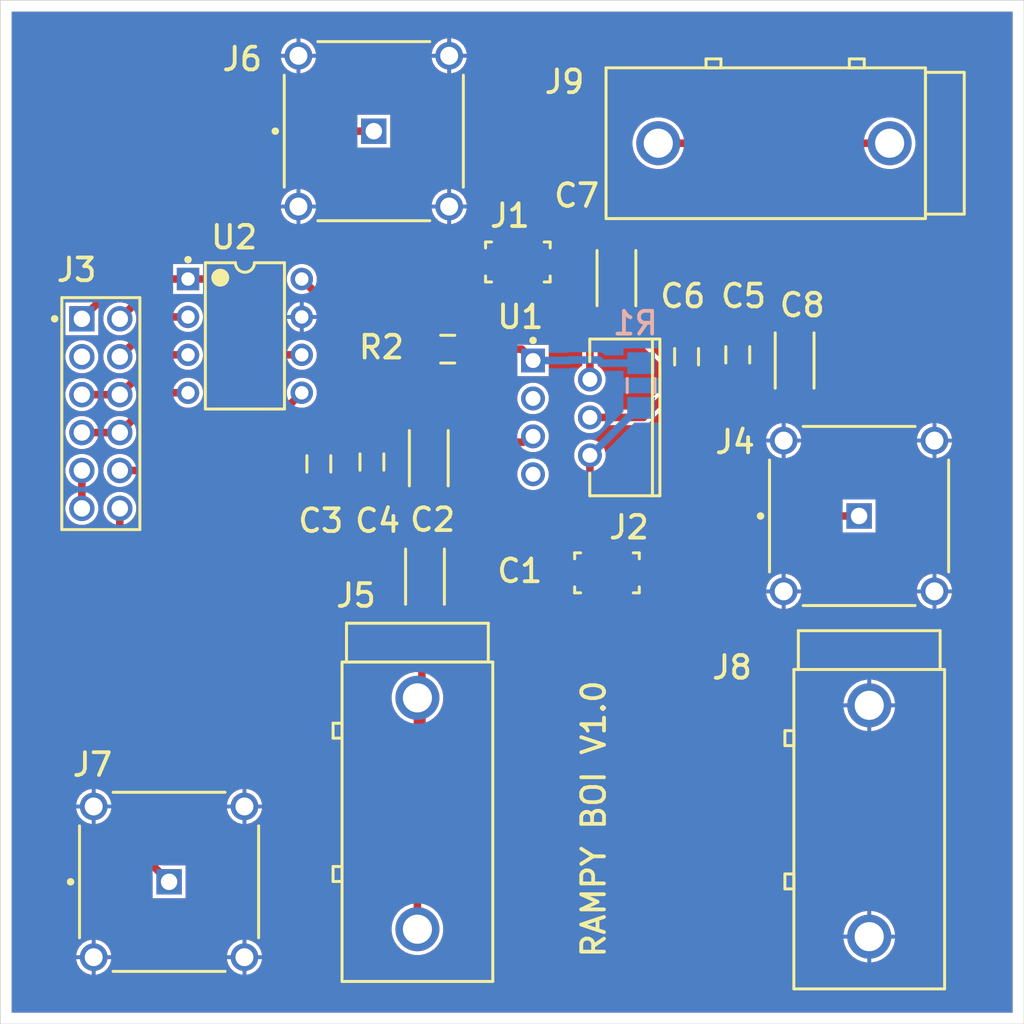
<source format=kicad_pcb>
(kicad_pcb (version 20211014) (generator pcbnew)
  (layers (0 "F.Cu" signal "Top Layer") (31 "B.Cu" signal "Bottom Layer") (34 "B.Paste" user "Bottom Paste") (35 "F.Paste" user "Top Paste") (36 "B.SilkS" user "Bottom Overlay") (37 "F.SilkS" user "Top Overlay") (38 "B.Mask" user "Bottom Solder") (39 "F.Mask" user "Top Solder") (44 "Edge.Cuts" user))
  (net 0 "")
  (net 1 "NetJ3_7")
  (net 2 "NetJ3_10")
  (net 3 "NetJ3_9")
  (net 4 "NetJ3_4")
  (net 5 "NetJ3_5")
  (net 6 "NetR1_1")
  (net 7 "NetJ2_1")
  (net 8 "NetJ1_1")
  (net 9 "GND")
  (net 10 "Arduino_pass1")
  (net 11 "Arduino_pass0")
  (net 12 "70V")
  (net 13 "5 V")
  (net 14 "-10V")
  (footprint "Vault:PDIP300-P8" (layer "F.Cu") (at 130.5941 93.1926)
    (fp_text reference "U2" (at -2.412589 -5.715246 unlocked) (layer "F.SilkS") (effects (font (size 1.524 1.524) (thickness 0.254)) (justify left bottom)))
    (fp_text value "MCP4921-E/P" hide)
    (fp_line (start -2.65 4.9) (end -2.65 -4.9) (layer "F.SilkS") (width 0.2))
    (fp_line (start -2.65 -4.9) (end -0.635 -4.9) (layer "F.SilkS") (width 0.2))
    (fp_line (start -2.65 4.9) (end 2.65 4.9) (layer "F.SilkS") (width 0.2))
    (fp_line (start 0.635 -4.9) (end 2.65 -4.9) (layer "F.SilkS") (width 0.2))
    (fp_line (start 2.65 4.9) (end 2.65 -4.9) (layer "F.SilkS") (width 0.2))
    (fp_arc (start 0.635 -4.9) (mid 0 -4.265) (end -0.635 -4.9) (layer "F.SilkS") (width 0.2))
    (fp_circle (center -1.65 -3.9) (end -1.65 -4.2) (layer "F.SilkS") (width 0.6) (fill none))
    (fp_circle (center -3.81 -5.11) (end -3.81 -5.235) (layer "F.SilkS") (width 0.25) (fill none))
    (pad "1" thru_hole rect (at -3.81 -3.81) (size 1.5 1.5) (drill 0.9) (layers *.Cu *.Mask) (net 13 "5 V"))
    (pad "2" thru_hole circle (at -3.81 -1.27) (size 1.5 1.5) (drill 0.9) (layers *.Cu *.Mask) (net 4 "NetJ3_4"))
    (pad "3" thru_hole circle (at -3.81 1.27) (size 1.5 1.5) (drill 0.9) (layers *.Cu *.Mask) (net 5 "NetJ3_5"))
    (pad "4" thru_hole circle (at -3.81 3.81) (size 1.5 1.5) (drill 0.9) (layers *.Cu *.Mask) (net 1 "NetJ3_7"))
    (pad "5" thru_hole circle (at 3.81 3.81) (size 1.5 1.5) (drill 0.9) (layers *.Cu *.Mask) (net 2 "NetJ3_10"))
    (pad "6" thru_hole circle (at 3.81 1.27) (size 1.5 1.5) (drill 0.9) (layers *.Cu *.Mask) (net 13 "5 V"))
    (pad "7" thru_hole circle (at 3.81 -1.27) (size 1.5 1.5) (drill 0.9) (layers *.Cu *.Mask) (net 9 "GND"))
    (pad "8" thru_hole circle (at 3.81 -3.81) (size 1.5 1.5) (drill 0.9) (layers *.Cu *.Mask) (net 8 "NetJ1_1"))
  )
  (footprint "Vault:CAPC1206(3216)100_N" (layer "F.Cu") (at 160.1851 94.5896 90)
    (fp_text reference "C6" (at 3.175246 -1.904589 unlocked) (layer "F.SilkS") (effects (font (size 1.524 1.524) (thickness 0.254)) (justify left bottom)))
    (fp_text value "CAP 100pF 100V 1206(3216)" hide)
    (fp_line (start -0.55 0.799996) (end 0.55 0.799996) (layer "F.SilkS") (width 0.2))
    (fp_line (start -0.55 -0.800003) (end 0.55 -0.800003) (layer "F.SilkS") (width 0.2))
    (pad "1" smd rect (at -1.5 -0.000003 180) (size 1.8 1.15) (layers "F.Cu" "F.Paste" "F.Mask") (net 14 "-10V"))
    (pad "2" smd rect (at 1.5 -0.000003 180) (size 1.8 1.15) (layers "F.Cu" "F.Paste" "F.Mask") (net 9 "GND"))
  )
  (footprint "Vault:FP-61301221121-MFG" (layer "F.Cu") (at 120.9421 98.3996 -90)
    (fp_text reference "J3" (at -8.7376 3.0988 unlocked) (layer "F.SilkS") (effects (font (size 1.524 1.524) (thickness 0.254)) (justify left bottom)))
    (fp_text value "61301221121" hide)
    (fp_line (start -7.77 2.615) (end -7.77 -2.615) (layer "F.SilkS") (width 0.2))
    (fp_line (start 7.77 2.615) (end 7.77 -2.615) (layer "F.SilkS") (width 0.2))
    (fp_line (start 7.77 -2.615) (end -7.77 -2.615) (layer "F.SilkS") (width 0.2))
    (fp_line (start 7.77 2.615) (end -7.77 2.615) (layer "F.SilkS") (width 0.2))
    (fp_circle (center -6.35 3.095) (end -6.475 3.095) (layer "F.SilkS") (width 0.25) (fill none))
    (pad "1" thru_hole rect (at -6.35 1.27 270) (size 1.7 1.7) (drill 1.1) (layers *.Cu *.Mask) (net 11 "Arduino_pass0"))
    (pad "2" thru_hole circle (at -6.35 -1.27 270) (size 1.7 1.7) (drill 1.1) (layers *.Cu *.Mask) (net 13 "5 V"))
    (pad "3" thru_hole circle (at -3.81 1.27 270) (size 1.7 1.7) (drill 1.1) (layers *.Cu *.Mask))
    (pad "4" thru_hole circle (at -3.81 -1.27 270) (size 1.7 1.7) (drill 1.1) (layers *.Cu *.Mask) (net 4 "NetJ3_4"))
    (pad "5" thru_hole circle (at -1.27 1.27 270) (size 1.7 1.7) (drill 1.1) (layers *.Cu *.Mask) (net 5 "NetJ3_5"))
    (pad "6" thru_hole circle (at -1.27 -1.27 270) (size 1.7 1.7) (drill 1.1) (layers *.Cu *.Mask) (net 5 "NetJ3_5"))
    (pad "7" thru_hole circle (at 1.27 1.27 270) (size 1.7 1.7) (drill 1.1) (layers *.Cu *.Mask) (net 1 "NetJ3_7"))
    (pad "8" thru_hole circle (at 1.27 -1.27 270) (size 1.7 1.7) (drill 1.1) (layers *.Cu *.Mask) (net 1 "NetJ3_7"))
    (pad "9" thru_hole circle (at 3.81 1.27 270) (size 1.7 1.7) (drill 1.1) (layers *.Cu *.Mask) (net 3 "NetJ3_9"))
    (pad "10" thru_hole circle (at 3.81 -1.27 270) (size 1.7 1.7) (drill 1.1) (layers *.Cu *.Mask) (net 2 "NetJ3_10"))
    (pad "11" thru_hole circle (at 6.35 1.27 270) (size 1.7 1.7) (drill 1.1) (layers *.Cu *.Mask) (net 3 "NetJ3_9"))
    (pad "12" thru_hole circle (at 6.35 -1.27 270) (size 1.7 1.7) (drill 1.1) (layers *.Cu *.Mask) (net 10 "Arduino_pass1"))
  )
  (footprint "Vault:CAPC1206(3216)100_N" (layer "F.Cu") (at 163.6141 94.4626 -90)
    (fp_text reference "C5" (at -3.048246 1.269589 unlocked) (layer "F.SilkS") (effects (font (size 1.524 1.524) (thickness 0.254)) (justify left bottom)))
    (fp_text value "CAP 100pF 100V 1206(3216)" hide)
    (fp_line (start 0.55 0.799996) (end -0.55 0.799996) (layer "F.SilkS") (width 0.2))
    (fp_line (start 0.55 -0.800003) (end -0.55 -0.800003) (layer "F.SilkS") (width 0.2))
    (pad "1" smd rect (at -1.5 -0.000003) (size 1.8 1.15) (layers "F.Cu" "F.Paste" "F.Mask") (net 9 "GND"))
    (pad "2" smd rect (at 1.5 -0.000003) (size 1.8 1.15) (layers "F.Cu" "F.Paste" "F.Mask") (net 14 "-10V"))
  )
  (footprint "Vault:FP-24_243_1-MFG" (layer "F.Cu") (at 172.1231 124.9426 -90)
    (fp_text reference "J8" (at -8.645246 10.367589 unlocked) (layer "F.SilkS") (effects (font (size 1.524 1.524) (thickness 0.254)) (justify left bottom)))
    (fp_text value "24.243.1" hide)
    (fp_line (start 12 4.75) (end 12 -5.35) (layer "F.SilkS") (width 0.2))
    (fp_line (start 4.3 5.35) (end 4.3 4.75) (layer "F.SilkS") (width 0.2))
    (fp_line (start -9.4 4.45) (end -12 4.45) (layer "F.SilkS") (width 0.2))
    (fp_line (start -4.3 4.75) (end -5.3 4.75) (layer "F.SilkS") (width 0.2))
    (fp_line (start -4.3 5.35) (end -5.3 5.35) (layer "F.SilkS") (width 0.2))
    (fp_line (start 12 4.75) (end -9.4 4.75) (layer "F.SilkS") (width 0.2))
    (fp_line (start 5.3 5.35) (end 5.3 4.75) (layer "F.SilkS") (width 0.2))
    (fp_line (start -12 4.45) (end -12 -5.05) (layer "F.SilkS") (width 0.2))
    (fp_line (start -4.3 5.35) (end -4.3 4.75) (layer "F.SilkS") (width 0.2))
    (fp_line (start 12 -5.35) (end -9.4 -5.35) (layer "F.SilkS") (width 0.2))
    (fp_line (start -9.4 -5.05) (end -12 -5.05) (layer "F.SilkS") (width 0.2))
    (fp_line (start -9.4 4.75) (end -9.4 -5.35) (layer "F.SilkS") (width 0.2))
    (fp_line (start 5.3 4.75) (end 4.3 4.75) (layer "F.SilkS") (width 0.2))
    (fp_line (start 5.3 5.35) (end 4.3 5.35) (layer "F.SilkS") (width 0.2))
    (fp_line (start -9.4 4.45) (end -9.4 -5.05) (layer "F.SilkS") (width 0.2))
    (fp_line (start -5.3 5.35) (end -5.3 4.75) (layer "F.SilkS") (width 0.2))
    (pad "1" thru_hole circle (at 8.5 -0.3 270) (size 2.95 2.95) (drill 1.95) (layers *.Cu *.Mask) (net 9 "GND"))
    (pad "1" thru_hole circle (at -7 -0.3 270) (size 2.95 2.95) (drill 1.95) (layers *.Cu *.Mask) (net 9 "GND"))
  )
  (footprint "Vault:FP-C3216-160-0_2-IPC_C" (layer "F.Cu") (at 167.4241 94.8436 90)
    (fp_text reference "C8" (at 2.8194 -1.143 unlocked) (layer "F.SilkS") (effects (font (size 1.524 1.524) (thickness 0.254)) (justify left bottom)))
    (fp_text value "C3216JB1A106M160AA" hide)
    (fp_line (start -1.8531 1.3) (end 1.8531 1.3) (layer "F.SilkS") (width 0.2))
    (fp_line (start -1.8531 -1.3) (end 1.8531 -1.3) (layer "F.SilkS") (width 0.2))
    (pad "1" smd rect (at -1.076124 0 90) (size 1.553949 1.706202) (layers "F.Cu" "F.Paste" "F.Mask") (net 14 "-10V"))
    (pad "2" smd rect (at 1.076124 0 90) (size 1.553949 1.706202) (layers "F.Cu" "F.Paste" "F.Mask") (net 9 "GND"))
  )
  (footprint "Vault:FP-24_243_1-MFG" (layer "F.Cu") (at 166.7891 79.9846 180)
    (fp_text reference "J9" (at 16.255589 2.921246 unlocked) (layer "F.SilkS") (effects (font (size 1.524 1.524) (thickness 0.254)) (justify left bottom)))
    (fp_text value "24.243.1" hide)
    (fp_line (start -9.4 -5.05) (end -12 -5.05) (layer "F.SilkS") (width 0.2))
    (fp_line (start -9.4 -5.35) (end -9.4 4.75) (layer "F.SilkS") (width 0.2))
    (fp_line (start -9.4 4.45) (end -12 4.45) (layer "F.SilkS") (width 0.2))
    (fp_line (start -4.3 4.75) (end -5.3 4.75) (layer "F.SilkS") (width 0.2))
    (fp_line (start -4.3 5.35) (end -5.3 5.35) (layer "F.SilkS") (width 0.2))
    (fp_line (start -12 -5.05) (end -12 4.45) (layer "F.SilkS") (width 0.2))
    (fp_line (start -5.3 4.75) (end -5.3 5.35) (layer "F.SilkS") (width 0.2))
    (fp_line (start 12 -5.35) (end -9.4 -5.35) (layer "F.SilkS") (width 0.2))
    (fp_line (start 5.3 5.35) (end 4.3 5.35) (layer "F.SilkS") (width 0.2))
    (fp_line (start 5.3 4.75) (end 4.3 4.75) (layer "F.SilkS") (width 0.2))
    (fp_line (start 12 4.75) (end -9.4 4.75) (layer "F.SilkS") (width 0.2))
    (fp_line (start -4.3 4.75) (end -4.3 5.35) (layer "F.SilkS") (width 0.2))
    (fp_line (start 12 -5.35) (end 12 4.75) (layer "F.SilkS") (width 0.2))
    (fp_line (start -9.4 -5.05) (end -9.4 4.45) (layer "F.SilkS") (width 0.2))
    (fp_line (start 4.3 4.75) (end 4.3 5.35) (layer "F.SilkS") (width 0.2))
    (fp_line (start 5.3 4.75) (end 5.3 5.35) (layer "F.SilkS") (width 0.2))
    (pad "1" thru_hole circle (at 8.5 -0.3 180) (size 2.95 2.95) (drill 1.95) (layers *.Cu *.Mask) (net 14 "-10V"))
    (pad "1" thru_hole circle (at -7 -0.3 180) (size 2.95 2.95) (drill 1.95) (layers *.Cu *.Mask) (net 14 "-10V"))
  )
  (footprint "Vault:FP-C3216-160-0_2-IPC_C" (layer "F.Cu") (at 142.9131 101.387476 -90)
    (fp_text reference "C2" (at 5.012878 1.396589 unlocked) (layer "F.SilkS") (effects (font (size 1.524 1.524) (thickness 0.254)) (justify left bottom)))
    (fp_text value "C3216JB1A106M160AA" hide)
    (fp_line (start 1.8531 -1.3) (end -1.853101 -1.3) (layer "F.SilkS") (width 0.2))
    (fp_line (start 1.8531 1.3) (end -1.853101 1.3) (layer "F.SilkS") (width 0.2))
    (pad "1" smd rect (at -1.076125 0 270) (size 1.553949 1.706202) (layers "F.Cu" "F.Paste" "F.Mask") (net 12 "70V"))
    (pad "2" smd rect (at 1.076124 0 270) (size 1.553949 1.706202) (layers "F.Cu" "F.Paste" "F.Mask") (net 9 "GND"))
  )
  (footprint "Vault:KVT0007A" (layer "F.Cu") (at 151.8031 98.6536)
    (fp_text reference "U1" (at -4.44467 -5.842246 unlocked) (layer "F.SilkS") (effects (font (size 1.524 1.524) (thickness 0.254)) (justify left bottom)))
    (fp_text value "OPA452TA-1" hide)
    (fp_line (start 6.095 5.25) (end 6.095 -5.25) (layer "F.SilkS") (width 0.2))
    (fp_line (start 1.895 -5.25) (end 6.595 -5.25) (layer "F.SilkS") (width 0.2))
    (fp_line (start 6.595 5.25) (end 6.595 -5.25) (layer "F.SilkS") (width 0.2))
    (fp_line (start 1.895 -3.74) (end 1.895 -5.25) (layer "F.SilkS") (width 0.2))
    (fp_line (start 1.895 5.25) (end 1.895 3.74) (layer "F.SilkS") (width 0.2))
    (fp_line (start 1.895 5.25) (end 6.595 5.25) (layer "F.SilkS") (width 0.2))
    (fp_circle (center -1.905 -5.16) (end -1.905 -5.285) (layer "F.SilkS") (width 0.25) (fill none))
    (pad "1" thru_hole rect (at -1.905 -3.81) (size 1.6 1.6) (drill 1) (layers *.Cu *.Mask) (net 6 "NetR1_1"))
    (pad "2" thru_hole circle (at 1.905 -2.54) (size 1.6 1.6) (drill 1) (layers *.Cu *.Mask) (net 8 "NetJ1_1"))
    (pad "3" thru_hole circle (at -1.905 -1.27) (size 1.6 1.6) (drill 1) (layers *.Cu *.Mask))
    (pad "4" thru_hole circle (at 1.905 0) (size 1.6 1.6) (drill 1) (layers *.Cu *.Mask) (net 14 "-10V"))
    (pad "5" thru_hole circle (at -1.905 1.27) (size 1.6 1.6) (drill 1) (layers *.Cu *.Mask) (net 12 "70V"))
    (pad "6" thru_hole circle (at 1.905 2.54) (size 1.6 1.6) (drill 1) (layers *.Cu *.Mask) (net 7 "NetJ2_1"))
    (pad "7" thru_hole circle (at -1.905 3.81) (size 1.6 1.6) (drill 1) (layers *.Cu *.Mask))
  )
  (footprint "Vault:FP-1-1337445-0-MFG" (layer "F.Cu") (at 171.7421 105.2576)
    (fp_text reference "J4" (at -9.778589 -4.064246 unlocked) (layer "F.SilkS") (effects (font (size 1.524 1.524) (thickness 0.254)) (justify left bottom)))
    (fp_text value "1-1337445-0" hide)
    (fp_line (start 6 3.75) (end 6 -3.75) (layer "F.SilkS") (width 0.2))
    (fp_line (start -6 3.75) (end -6 -3.75) (layer "F.SilkS") (width 0.2))
    (fp_line (start -3.75 6) (end 3.75 6) (layer "F.SilkS") (width 0.2))
    (fp_line (start -3.75 -6) (end 3.75 -6) (layer "F.SilkS") (width 0.2))
    (fp_circle (center -6.6 0) (end -6.6 -0.125) (layer "F.SilkS") (width 0.25) (fill none))
    (pad "1" thru_hole rect (at 0 0) (size 1.7 1.7) (drill 1.1) (layers *.Cu *.Mask) (net 7 "NetJ2_1"))
    (pad "2" thru_hole circle (at -5.05 -5.05) (size 1.85 1.85) (drill 1.2) (layers *.Cu *.Mask) (net 9 "GND"))
    (pad "3" thru_hole circle (at 5.05 -5.05) (size 1.85 1.85) (drill 1.2) (layers *.Cu *.Mask) (net 9 "GND"))
    (pad "4" thru_hole circle (at -5.05 5.05) (size 1.85 1.85) (drill 1.2) (layers *.Cu *.Mask) (net 9 "GND"))
    (pad "5" thru_hole circle (at 5.05 5.05) (size 1.85 1.85) (drill 1.2) (layers *.Cu *.Mask) (net 9 "GND"))
  )
  (footprint "Vault:FP-5015-MFG" (layer "F.Cu") (at 154.8511 109.0676)
    (fp_text reference "J2" (at 0.000411 -2.159246 unlocked) (layer "F.SilkS") (effects (font (size 1.524 1.524) (thickness 0.254)) (justify left bottom)))
    (fp_text value "5015" hide)
    (fp_line (start -2.164735 1.339794) (end -2.164735 0.939795) (layer "F.SilkS") (width 0.2))
    (fp_line (start -2.164532 -1.339822) (end -1.76453 -1.339822) (layer "F.SilkS") (width 0.2))
    (fp_line (start 2.166041 -0.939221) (end 2.166041 -1.33922) (layer "F.SilkS") (width 0.2))
    (fp_line (start -2.164532 -0.939823) (end -2.164532 -1.339822) (layer "F.SilkS") (width 0.2))
    (fp_line (start 2.164311 1.339223) (end 2.164311 0.939221) (layer "F.SilkS") (width 0.2))
    (fp_line (start 1.764309 1.339223) (end 2.164311 1.339223) (layer "F.SilkS") (width 0.2))
    (fp_line (start 1.766042 -1.33922) (end 2.166041 -1.33922) (layer "F.SilkS") (width 0.2))
    (fp_line (start -2.164735 1.339794) (end -1.764736 1.339794) (layer "F.SilkS") (width 0.2))
    (pad "1" smd rect (at 0 0) (size 3.43 1.78) (layers "F.Cu" "F.Paste" "F.Mask") (net 7 "NetJ2_1"))
  )
  (footprint "Vault:FP-24_243_1-MFG" (layer "F.Cu") (at 141.8511 124.4436 -90)
    (fp_text reference "J5" (at -12.963 5.288 unlocked) (layer "F.SilkS") (effects (font (size 1.524 1.524) (thickness 0.254)) (justify left bottom)))
    (fp_text value "24.243.1" hide)
    (fp_line (start -9.4 4.45) (end -12 4.45) (layer "F.SilkS") (width 0.2))
    (fp_line (start 5.3 5.35) (end 5.3 4.75) (layer "F.SilkS") (width 0.2))
    (fp_line (start 5.3 5.35) (end 4.299998 5.35) (layer "F.SilkS") (width 0.2))
    (fp_line (start 11.999998 4.75) (end -9.4 4.75) (layer "F.SilkS") (width 0.2))
    (fp_line (start 4.299998 5.35) (end 4.299998 4.75) (layer "F.SilkS") (width 0.2))
    (fp_line (start -4.3 4.75) (end -5.3 4.75) (layer "F.SilkS") (width 0.2))
    (fp_line (start -9.4 4.45) (end -9.4 -5.05) (layer "F.SilkS") (width 0.2))
    (fp_line (start -12 4.45) (end -12 -5.05) (layer "F.SilkS") (width 0.2))
    (fp_line (start 5.3 4.75) (end 4.299998 4.75) (layer "F.SilkS") (width 0.2))
    (fp_line (start -9.4 4.75) (end -9.4 -5.35) (layer "F.SilkS") (width 0.2))
    (fp_line (start -5.3 5.35) (end -5.3 4.75) (layer "F.SilkS") (width 0.2))
    (fp_line (start 11.999998 4.75) (end 11.999998 -5.35) (layer "F.SilkS") (width 0.2))
    (fp_line (start 11.999998 -5.35) (end -9.4 -5.35) (layer "F.SilkS") (width 0.2))
    (fp_line (start -4.3 5.35) (end -5.3 5.35) (layer "F.SilkS") (width 0.2))
    (fp_line (start -9.4 -5.05) (end -12 -5.05) (layer "F.SilkS") (width 0.2))
    (fp_line (start -4.3 5.35) (end -4.3 4.75) (layer "F.SilkS") (width 0.2))
    (pad "1" thru_hole circle (at 8.5 -0.3 270) (size 2.95 2.95) (drill 1.95) (layers *.Cu *.Mask) (net 12 "70V"))
    (pad "1" thru_hole circle (at -7.000002 -0.3 270) (size 2.95 2.95) (drill 1.95) (layers *.Cu *.Mask) (net 12 "70V"))
  )
  (footprint "Vault:FP-C3216-160-0_2-IPC_C" (layer "F.Cu") (at 155.4861 89.322476 90)
    (fp_text reference "C7" (at 4.639122 -4.317589 unlocked) (layer "F.SilkS") (effects (font (size 1.524 1.524) (thickness 0.254)) (justify left bottom)))
    (fp_text value "C3216JB1A106M160AA" hide)
    (fp_line (start -1.8531 1.3) (end 1.853101 1.3) (layer "F.SilkS") (width 0.2))
    (fp_line (start -1.8531 -1.3) (end 1.853101 -1.3) (layer "F.SilkS") (width 0.2))
    (pad "1" smd rect (at -1.076124 0 90) (size 1.553949 1.706202) (layers "F.Cu" "F.Paste" "F.Mask") (net 14 "-10V"))
    (pad "2" smd rect (at 1.076125 0 90) (size 1.553949 1.706202) (layers "F.Cu" "F.Paste" "F.Mask") (net 9 "GND"))
  )
  (footprint "Vault:FP-1-1337445-0-MFG" (layer "F.Cu") (at 139.2301 79.4766)
    (fp_text reference "J6" (at -10.286589 -3.937246 unlocked) (layer "F.SilkS") (effects (font (size 1.524 1.524) (thickness 0.254)) (justify left bottom)))
    (fp_text value "1-1337445-0" hide)
    (fp_line (start -6 3.75) (end -6 -3.75) (layer "F.SilkS") (width 0.2))
    (fp_line (start 6 3.75) (end 6 -3.75) (layer "F.SilkS") (width 0.2))
    (fp_line (start -3.75 6) (end 3.75 6) (layer "F.SilkS") (width 0.2))
    (fp_line (start -3.75 -6) (end 3.75 -6) (layer "F.SilkS") (width 0.2))
    (fp_circle (center -6.6 0) (end -6.6 -0.125) (layer "F.SilkS") (width 0.25) (fill none))
    (pad "1" thru_hole rect (at 0 0) (size 1.7 1.7) (drill 1.1) (layers *.Cu *.Mask) (net 11 "Arduino_pass0"))
    (pad "2" thru_hole circle (at -5.05 -5.05) (size 1.85 1.85) (drill 1.2) (layers *.Cu *.Mask) (net 9 "GND"))
    (pad "3" thru_hole circle (at 5.05 -5.05) (size 1.85 1.85) (drill 1.2) (layers *.Cu *.Mask) (net 9 "GND"))
    (pad "4" thru_hole circle (at -5.05 5.05) (size 1.85 1.85) (drill 1.2) (layers *.Cu *.Mask) (net 9 "GND"))
    (pad "5" thru_hole circle (at 5.05 5.05) (size 1.85 1.85) (drill 1.2) (layers *.Cu *.Mask) (net 9 "GND"))
  )
  (footprint "Vault:CAPC1206(3216)100_N" (layer "F.Cu") (at 139.1031 101.641476 90)
    (fp_text reference "C4" (at -4.825753 -1.269589 unlocked) (layer "F.SilkS") (effects (font (size 1.524 1.524) (thickness 0.254)) (justify left bottom)))
    (fp_text value "CAP 100pF 100V 1206(3216)" hide)
    (fp_line (start -0.549999 -0.800003) (end 0.550002 -0.800003) (layer "F.SilkS") (width 0.2))
    (fp_line (start -0.549999 0.799996) (end 0.550002 0.799996) (layer "F.SilkS") (width 0.2))
    (pad "1" smd rect (at -1.499999 -0.000003 180) (size 1.8 1.15) (layers "F.Cu" "F.Paste" "F.Mask") (net 9 "GND"))
    (pad "2" smd rect (at 1.5 -0.000003 180) (size 1.8 1.15) (layers "F.Cu" "F.Paste" "F.Mask") (net 12 "70V"))
  )
  (footprint "Vault:FP-1-1337445-0-MFG" (layer "F.Cu") (at 125.5141 129.7686)
    (fp_text reference "J7" (at -6.604 -6.9596 unlocked) (layer "F.SilkS") (effects (font (size 1.524 1.524) (thickness 0.254)) (justify left bottom)))
    (fp_text value "1-1337445-0" hide)
    (fp_line (start -6 3.75) (end -6 -3.75) (layer "F.SilkS") (width 0.2))
    (fp_line (start -3.75 6) (end 3.75 6) (layer "F.SilkS") (width 0.2))
    (fp_line (start -3.75 -6) (end 3.75 -6) (layer "F.SilkS") (width 0.2))
    (fp_line (start 6 3.75) (end 6 -3.75) (layer "F.SilkS") (width 0.2))
    (fp_circle (center -6.6 0) (end -6.6 -0.125) (layer "F.SilkS") (width 0.25) (fill none))
    (pad "1" thru_hole rect (at 0 0) (size 1.7 1.7) (drill 1.1) (layers *.Cu *.Mask) (net 10 "Arduino_pass1"))
    (pad "2" thru_hole circle (at -5.05 -5.05) (size 1.85 1.85) (drill 1.2) (layers *.Cu *.Mask) (net 9 "GND"))
    (pad "3" thru_hole circle (at 5.05 -5.05) (size 1.85 1.85) (drill 1.2) (layers *.Cu *.Mask) (net 9 "GND"))
    (pad "4" thru_hole circle (at -5.05 5.05) (size 1.85 1.85) (drill 1.2) (layers *.Cu *.Mask) (net 9 "GND"))
    (pad "5" thru_hole circle (at 5.05 5.05) (size 1.85 1.85) (drill 1.2) (layers *.Cu *.Mask) (net 9 "GND"))
  )
  (footprint "Vault:FP-KTR18-IPC_A" (layer "F.Cu") (at 144.1831 94.0816)
    (fp_text reference "R2" (at -6.095589 0.761754 unlocked) (layer "F.SilkS") (effects (font (size 1.524 1.524) (thickness 0.254)) (justify left bottom)))
    (fp_text value "KTR18EZPJ102" hide)
    (fp_line (start -0.473377 0.929109) (end 0.473377 0.929109) (layer "F.SilkS") (width 0.2))
    (fp_line (start -0.473377 -0.929109) (end 0.473377 -0.929109) (layer "F.SilkS") (width 0.2))
    (pad "1" smd rect (at -1.501244 0) (size 1.455735 1.858221) (layers "F.Cu" "F.Paste" "F.Mask") (net 9 "GND"))
    (pad "2" smd rect (at 1.501244 0) (size 1.455735 1.858221) (layers "F.Cu" "F.Paste" "F.Mask") (net 6 "NetR1_1"))
  )
  (footprint "Vault:FP-C3216-160-0_2-IPC_C" (layer "F.Cu") (at 142.6591 109.3216 -90)
    (fp_text reference "C1" (at 0.507754 -4.69933 unlocked) (layer "F.SilkS") (effects (font (size 1.524 1.524) (thickness 0.254)) (justify left bottom)))
    (fp_text value "C3216JB1A106M160AA" hide)
    (fp_line (start 1.8531 1.3) (end -1.8531 1.3) (layer "F.SilkS") (width 0.2))
    (fp_line (start 1.8531 -1.3) (end -1.8531 -1.3) (layer "F.SilkS") (width 0.2))
    (pad "1" smd rect (at -1.076124 0 270) (size 1.553949 1.706202) (layers "F.Cu" "F.Paste" "F.Mask") (net 12 "70V"))
    (pad "2" smd rect (at 1.076124 0 270) (size 1.553949 1.706202) (layers "F.Cu" "F.Paste" "F.Mask") (net 9 "GND"))
  )
  (footprint "Vault:FP-5015-MFG" (layer "F.Cu") (at 148.8821 88.2396)
    (fp_text reference "J1" (at -2.0066 -2.2098 unlocked) (layer "F.SilkS") (effects (font (size 1.524 1.524) (thickness 0.254)) (justify left bottom)))
    (fp_text value "5015" hide)
    (fp_line (start -2.164532 -1.339822) (end -1.76453 -1.339822) (layer "F.SilkS") (width 0.2))
    (fp_line (start -2.164532 -0.939823) (end -2.164532 -1.339822) (layer "F.SilkS") (width 0.2))
    (fp_line (start 1.766042 -1.33922) (end 2.166041 -1.33922) (layer "F.SilkS") (width 0.2))
    (fp_line (start 1.764309 1.339223) (end 2.164311 1.339223) (layer "F.SilkS") (width 0.2))
    (fp_line (start 2.166041 -0.939221) (end 2.166041 -1.33922) (layer "F.SilkS") (width 0.2))
    (fp_line (start -2.164735 1.339794) (end -2.164735 0.939795) (layer "F.SilkS") (width 0.2))
    (fp_line (start -2.164735 1.339794) (end -1.764736 1.339794) (layer "F.SilkS") (width 0.2))
    (fp_line (start 2.164311 1.339223) (end 2.164311 0.939221) (layer "F.SilkS") (width 0.2))
    (pad "1" smd rect (at 0 0) (size 3.43 1.78) (layers "F.Cu" "F.Paste" "F.Mask") (net 8 "NetJ1_1"))
  )
  (footprint "Vault:CAPC1206(3216)100_N" (layer "F.Cu") (at 135.5471 101.768476 90)
    (fp_text reference "C3" (at -4.698753 -1.523589 unlocked) (layer "F.SilkS") (effects (font (size 1.524 1.524) (thickness 0.254)) (justify left bottom)))
    (fp_text value "CAP 100pF 100V 1206(3216)" hide)
    (fp_line (start -0.549999 -0.800003) (end 0.550002 -0.800003) (layer "F.SilkS") (width 0.2))
    (fp_line (start -0.549999 0.799996) (end 0.550002 0.799996) (layer "F.SilkS") (width 0.2))
    (pad "1" smd rect (at -1.499999 -0.000003 180) (size 1.8 1.15) (layers "F.Cu" "F.Paste" "F.Mask") (net 9 "GND"))
    (pad "2" smd rect (at 1.5 -0.000003 180) (size 1.8 1.15) (layers "F.Cu" "F.Paste" "F.Mask") (net 12 "70V"))
  )
  (footprint "Vault:FP-KTR18-IPC_A" (layer "B.Cu") (at 157.1371 96.517356 -90)
    (fp_text reference "R1" (at -3.279491 -1.26967 unlocked) (layer "B.SilkS") (effects (font (size 1.524 1.524) (thickness 0.254)) (justify left bottom mirror)))
    (fp_text value "KTR18EZPJ102" hide)
    (fp_line (start 0.473377 0.929109) (end -0.473377 0.929109) (layer "B.SilkS") (width 0.2))
    (fp_line (start 0.473377 -0.929109) (end -0.473377 -0.929109) (layer "B.SilkS") (width 0.2))
    (pad "1" smd rect (at -1.501244 0 270) (size 1.455735 1.858221) (layers "B.Cu" "B.Paste" "B.Mask") (net 6 "NetR1_1"))
    (pad "2" smd rect (at 1.501244 0 270) (size 1.455735 1.858221) (layers "B.Cu" "B.Paste" "B.Mask") (net 7 "NetJ2_1"))
  )
  (gr_line (start 114.2111 70.7136) (end 114.2111 139.2936) (layer "Edge.Cuts") (width 0.05))
  (gr_line (start 114.2111 139.2936) (end 182.7911 139.2936) (layer "Edge.Cuts") (width 0.05))
  (gr_line (start 182.7911 139.2936) (end 182.7911 70.7136) (layer "Edge.Cuts") (width 0.05))
  (gr_line (start 182.7911 70.7136) (end 114.2111 70.7136) (layer "Edge.Cuts") (width 0.05))
  (gr_text "" (at 150.025113 120.370587) (layer "F.Cu") (effects (font (size 1.524 1.524) (thickness 0.254)) (justify left bottom)))
  (gr_text "RAMPY BOI V1.0" (at 154.8511 134.9756 90) (layer "F.SilkS") (effects (font (size 1.524 1.524) (thickness 0.254)) (justify left bottom)))
  (segment (start 124.8791 97.0026) (end 126.7841 97.0026) (width 0.508) (layer "F.Cu") (net 1))
  (segment (start 119.6721 99.6696) (end 122.2121 99.6696) (width 0.508) (layer "F.Cu") (net 1))
  (segment (start 122.2121 99.6696) (end 124.8791 97.0026) (width 0.508) (layer "F.Cu") (net 1))
  (segment (start 129.1971 102.2096) (end 134.4041 97.0026) (width 0.508) (layer "F.Cu") (net 2))
  (segment (start 122.2121 102.2096) (end 129.1971 102.2096) (width 0.508) (layer "F.Cu") (net 2))
  (segment (start 119.6721 104.7496) (end 119.6721 102.2096) (width 0.508) (layer "F.Cu") (net 3))
  (segment (start 126.594291 92.112409) (end 126.7841 91.9226) (width 0.508) (layer "F.Cu") (net 4))
  (segment (start 124.8791 91.9226) (end 126.7841 91.9226) (width 0.508) (layer "F.Cu") (net 4))
  (segment (start 122.2121 94.5896) (end 124.8791 91.9226) (width 0.508) (layer "F.Cu") (net 4))
  (segment (start 124.8791 94.4626) (end 126.7841 94.4626) (width 0.508) (layer "F.Cu") (net 5))
  (segment (start 119.6721 97.1296) (end 122.2121 97.1296) (width 0.508) (layer "F.Cu") (net 5))
  (segment (start 122.2121 97.1296) (end 124.8791 94.4626) (width 0.508) (layer "F.Cu") (net 5))
  (segment (start 149.1361 94.0816) (end 149.8981 94.8436) (width 0.508) (layer "F.Cu") (net 6))
  (segment (start 145.684344 94.0816) (end 149.1361 94.0816) (width 0.508) (layer "F.Cu") (net 6))
  (segment (start 154.308736 94.8056) (end 154.519249 95.016112) (width 0.508) (layer "B.Cu") (net 6))
  (segment (start 152.327996 94.8436) (end 152.365997 94.8056) (width 0.508) (layer "B.Cu") (net 6))
  (segment (start 152.365997 94.8056) (end 154.308736 94.8056) (width 0.508) (layer "B.Cu") (net 6))
  (segment (start 154.519249 95.016112) (end 157.1371 95.016112) (width 0.508) (layer "B.Cu") (net 6))
  (segment (start 149.8981 94.8436) (end 152.327996 94.8436) (width 0.508) (layer "B.Cu") (net 6))
  (segment (start 165.6341 105.2576) (end 171.7421 105.2576) (width 0.508) (layer "F.Cu") (net 7))
  (segment (start 153.7081 108.4316) (end 154.3441 109.0676) (width 0.508) (layer "F.Cu") (net 7))
  (segment (start 154.3441 109.0676) (end 154.8511 109.0676) (width 0.508) (layer "F.Cu") (net 7))
  (segment (start 161.8241 109.0676) (end 165.6341 105.2576) (width 0.508) (layer "F.Cu") (net 7))
  (segment (start 154.8511 109.0676) (end 161.8241 109.0676) (width 0.508) (layer "F.Cu") (net 7))
  (segment (start 153.7081 108.4316) (end 153.7081 101.1936) (width 0.508) (layer "F.Cu") (net 7))
  (segment (start 153.760856 101.1936) (end 156.935856 98.0186) (width 0.508) (layer "B.Cu") (net 7))
  (segment (start 153.7081 101.1936) (end 153.760856 101.1936) (width 0.508) (layer "B.Cu") (net 7))
  (segment (start 156.935856 98.0186) (end 157.1371 98.0186) (width 0.508) (layer "B.Cu") (net 7))
  (segment (start 153.7081 96.1136) (end 153.7081 94.029352) (width 0.508) (layer "F.Cu") (net 8))
  (segment (start 149.7071 88.2396) (end 150.3431 88.8756) (width 0.508) (layer "F.Cu") (net 8))
  (segment (start 148.8821 88.2396) (end 149.7071 88.2396) (width 0.508) (layer "F.Cu") (net 8))
  (segment (start 135.685853 90.664353) (end 150.3431 90.664353) (width 0.508) (layer "F.Cu") (net 8))
  (segment (start 150.3431 90.664353) (end 153.7081 94.029352) (width 0.508) (layer "F.Cu") (net 8))
  (segment (start 134.4041 89.3826) (end 135.685853 90.664353) (width 0.508) (layer "F.Cu") (net 8))
  (segment (start 150.3431 90.664353) (end 150.3431 88.8756) (width 0.508) (layer "F.Cu") (net 8))
  (segment (start 122.2121 126.4666) (end 122.2121 104.7496) (width 0.508) (layer "F.Cu") (net 10))
  (segment (start 122.2121 126.4666) (end 125.5141 129.7686) (width 0.508) (layer "F.Cu") (net 10))
  (segment (start 119.6721 92.0496) (end 132.2451 79.4766) (width 0.508) (layer "F.Cu") (net 11))
  (segment (start 132.2451 79.4766) (end 139.2301 79.4766) (width 0.508) (layer "F.Cu") (net 11))
  (segment (start 144.274202 101.488385) (end 144.274202 101.476205) (width 0.508) (layer "F.Cu") (net 12))
  (segment (start 142.989226 100.311351) (end 143.856499 101.178624) (width 0.508) (layer "F.Cu") (net 12))
  (segment (start 135.547097 100.268476) (end 135.610597 100.204976) (width 0.508) (layer "F.Cu") (net 12))
  (segment (start 142.9131 100.311351) (end 142.989226 100.311351) (width 0.508) (layer "F.Cu") (net 12))
  (segment (start 143.856499 101.178624) (end 143.976621 101.178624) (width 0.508) (layer "F.Cu") (net 12))
  (segment (start 142.989226 100.311351) (end 149.214853 100.311351) (width 0.508) (layer "F.Cu") (net 12))
  (segment (start 139.039597 100.204976) (end 139.103097 100.141476) (width 0.508) (layer "F.Cu") (net 12))
  (segment (start 146.303759 108.1786) (end 146.303759 103.517941) (width 0.508) (layer "F.Cu") (net 12))
  (segment (start 149.602604 99.9236) (end 149.8981 99.9236) (width 0.508) (layer "F.Cu") (net 12))
  (segment (start 139.103097 100.141476) (end 142.819351 100.141476) (width 0.508) (layer "F.Cu") (net 12))
  (segment (start 142.1511 132.9436) (end 142.1511 117.443598) (width 0.508) (layer "F.Cu") (net 12))
  (segment (start 142.6591 108.245476) (end 146.236883 108.245476) (width 0.508) (layer "F.Cu") (net 12))
  (segment (start 143.976621 101.178624) (end 144.274202 101.476205) (width 0.508) (layer "F.Cu") (net 12))
  (segment (start 142.4511 115.6256) (end 146.303759 111.772941) (width 0.508) (layer "F.Cu") (net 12))
  (segment (start 144.274202 101.488385) (end 146.303759 103.517941) (width 0.508) (layer "F.Cu") (net 12))
  (segment (start 146.303759 111.772941) (end 146.303759 108.1786) (width 0.508) (layer "F.Cu") (net 12))
  (segment (start 149.214853 100.311351) (end 149.602604 99.9236) (width 0.508) (layer "F.Cu") (net 12))
  (segment (start 146.236883 108.245476) (end 146.303759 108.1786) (width 0.508) (layer "F.Cu") (net 12))
  (segment (start 135.610597 100.204976) (end 139.039597 100.204976) (width 0.508) (layer "F.Cu") (net 12))
  (segment (start 142.4511 119.7206) (end 142.4511 115.6256) (width 0.508) (layer "F.Cu") (net 12))
  (segment (start 122.2121 92.0496) (end 124.8791 89.3826) (width 0.508) (layer "F.Cu") (net 13))
  (segment (start 130.0861 89.3826) (end 131.2291 90.5256) (width 0.508) (layer "F.Cu") (net 13))
  (segment (start 132.6261 94.4626) (end 134.4041 94.4626) (width 0.508) (layer "F.Cu") (net 13))
  (segment (start 131.2291 93.0656) (end 132.6261 94.4626) (width 0.508) (layer "F.Cu") (net 13))
  (segment (start 131.2291 93.0656) (end 131.2291 90.5256) (width 0.508) (layer "F.Cu") (net 13))
  (segment (start 126.7841 89.3826) (end 130.0861 89.3826) (width 0.508) (layer "F.Cu") (net 13))
  (segment (start 124.8791 89.3826) (end 126.7841 89.3826) (width 0.508) (layer "F.Cu") (net 13))
  (segment (start 155.562226 90.3986) (end 156.085202 90.921576) (width 0.508) (layer "F.Cu") (net 14))
  (segment (start 159.539097 95.7686) (end 159.539097 95.4436) (width 0.508) (layer "F.Cu") (net 14))
  (segment (start 156.085202 91.989704) (end 156.085202 90.921576) (width 0.508) (layer "F.Cu") (net 14))
  (segment (start 159.539097 95.7686) (end 159.860097 96.0896) (width 0.508) (layer "F.Cu") (net 14))
  (segment (start 156.085202 91.989704) (end 159.539097 95.4436) (width 0.508) (layer "F.Cu") (net 14))
  (segment (start 158.2891 80.2846) (end 167.3781 80.2846) (width 0.508) (layer "F.Cu") (net 14))
  (segment (start 167.3781 80.2846) (end 173.7891 80.2846) (width 0.508) (layer "F.Cu") (net 14))
  (segment (start 159.860097 96.0896) (end 160.185097 96.0896) (width 0.508) (layer "F.Cu") (net 14))
  (segment (start 167.254225 96.0896) (end 167.4241 95.919724) (width 0.508) (layer "F.Cu") (net 14))
  (segment (start 155.4861 90.3986) (end 155.562226 90.3986) (width 0.508) (layer "F.Cu") (net 14))
  (segment (start 157.296096 98.6536) (end 159.860097 96.0896) (width 0.508) (layer "F.Cu") (net 14))
  (segment (start 153.7081 98.6536) (end 157.296096 98.6536) (width 0.508) (layer "F.Cu") (net 14))
  (segment (start 156.009076 89.875624) (end 157.787076 89.875624) (width 0.508) (layer "F.Cu") (net 14))
  (segment (start 155.4861 90.3986) (end 156.009076 89.875624) (width 0.508) (layer "F.Cu") (net 14))
  (segment (start 160.185097 96.0896) (end 167.254225 96.0896) (width 0.508) (layer "F.Cu") (net 14))
  (segment (start 157.787076 89.875624) (end 167.3781 80.2846) (width 0.508) (layer "F.Cu") (net 14))
  (zone (net 9) (net_name "GND") (layer "F.Cu") (connect_pads (clearance 0.508)) (min_thickness 0.254) (fill yes (thermal_gap 0.254) (thermal_bridge_width 0.254))
    (polygon (pts (xy 114.9731 71.4756) (xy 114.9731 138.5316) (xy 182.0291 138.5316) (xy 182.0291 71.4756)))
  )
  (zone (net 9) (net_name "GND") (layer "B.Cu") (priority 1) (connect_pads (clearance 0.508)) (min_thickness 0.254) (fill yes (thermal_gap 0.254) (thermal_bridge_width 0.254))
    (polygon (pts (xy 114.9731 71.4756) (xy 114.9731 138.5316) (xy 182.0291 138.5316) (xy 182.0291 71.4756)))
  )
)
</source>
